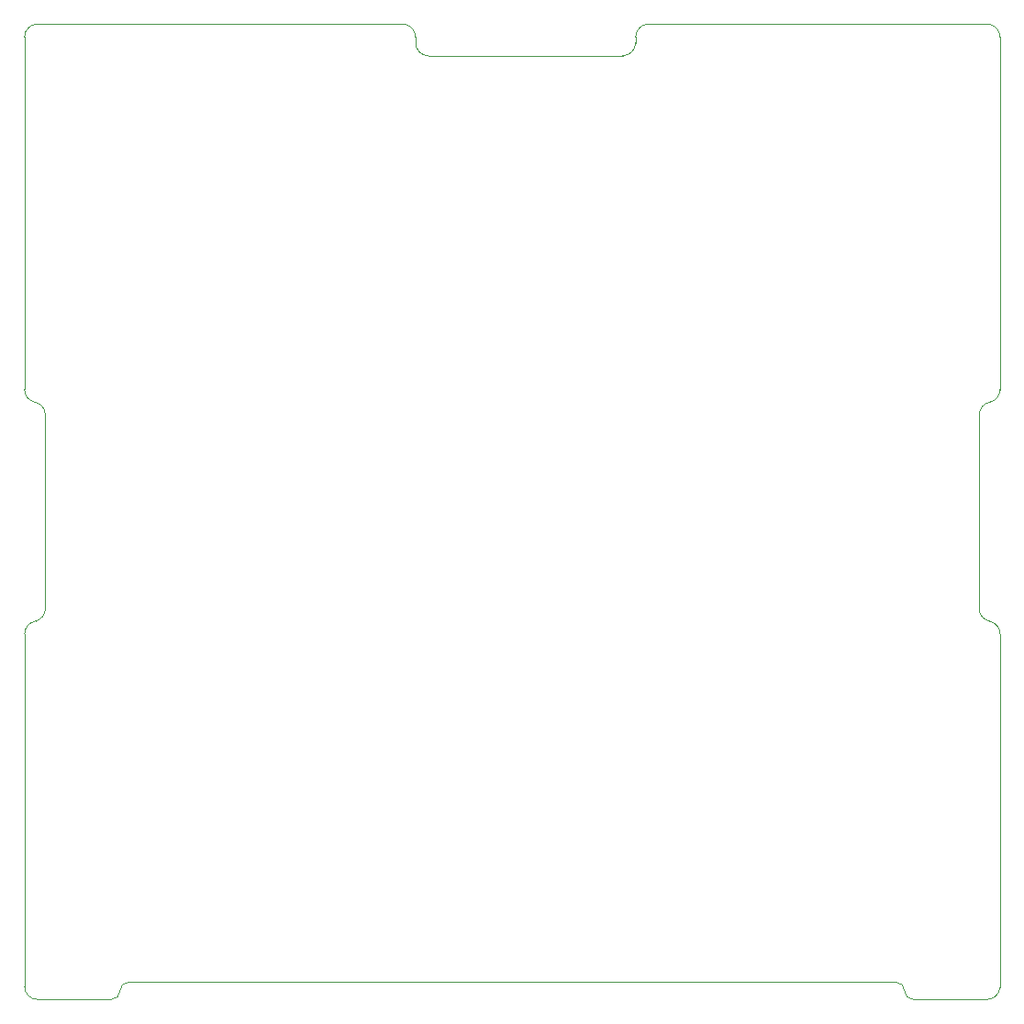
<source format=gbr>
G04*
G04 #@! TF.GenerationSoftware,Altium Limited,Altium Designer,24.1.2 (44)*
G04*
G04 Layer_Color=0*
%FSLAX44Y44*%
%MOMM*%
G71*
G04*
G04 #@! TF.SameCoordinates,32799FE6-DD90-4EFC-9ADB-317E97FF397D*
G04*
G04*
G04 #@! TF.FilePolarity,Positive*
G04*
G01*
G75*
%ADD98C,0.0254*%
D98*
X-54Y11998D02*
X-54Y337090D01*
X-54Y337150D01*
D02*
G02*
X9907Y349021I12054J0D01*
G01*
X9930Y349020D01*
D02*
G03*
X19146Y360650I-2730J11630D01*
G01*
Y539350D01*
D02*
G03*
X9924Y550981I-11946J0D01*
G01*
X9897Y550979D01*
D02*
G02*
X-64Y562850I2093J11871D01*
G01*
X-54Y562881D01*
X-54Y888000D01*
D02*
G02*
X12000Y900054I12054J0D01*
G01*
X348700Y900054D01*
D02*
G02*
X360754Y888000I0J-12054D01*
G01*
Y882700D01*
D02*
G03*
X372700Y870754I11946J0D01*
G01*
X372728Y870654D01*
X551872D01*
X551900Y870754D01*
D02*
G03*
X563846Y882700I0J11946D01*
G01*
Y888002D01*
D02*
G02*
X575900Y900054I12053J-1D01*
G01*
X888000D01*
D02*
G02*
X900054Y888000I-0J-12054D01*
G01*
X900054Y562770D01*
X900043Y562737D01*
D02*
G02*
X890770Y551161I-12053J153D01*
G01*
X890725Y551115D01*
D02*
G03*
X880854Y539350I2074J-11765D01*
G01*
Y360650D01*
D02*
G03*
X890725Y348885I11946J0D01*
G01*
X890762Y348861D01*
D02*
G02*
X900041Y337374I-2772J-11731D01*
G01*
X900054Y337340D01*
Y11430D01*
X900039Y11392D01*
D02*
G02*
X888002Y-54I-12039J608D01*
G01*
X819900Y-54D01*
X819891Y-53D01*
D02*
G02*
X811946Y8000I109J8053D01*
G01*
D02*
G03*
X804002Y15946I-7946J0D01*
G01*
X96000Y15946D01*
D02*
G03*
X88054Y8000I1J-7947D01*
G01*
D02*
G02*
X80109Y-53I-8054J0D01*
G01*
X80100Y-54D01*
X12000D01*
D02*
G02*
X-54Y11998I0J12054D01*
G01*
M02*

</source>
